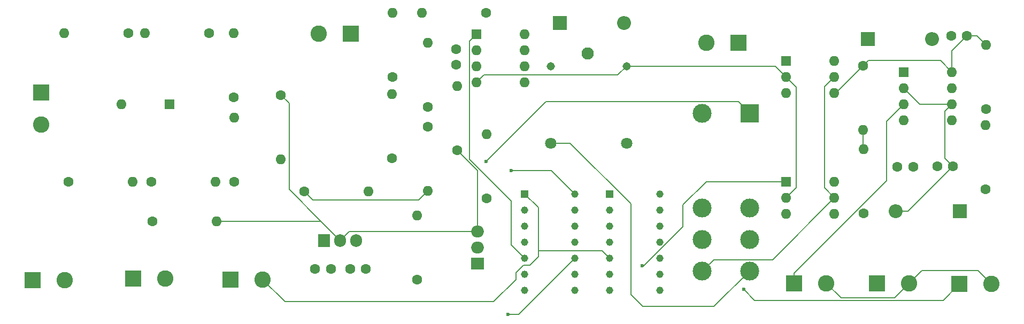
<source format=gbr>
%TF.GenerationSoftware,KiCad,Pcbnew,7.0.5*%
%TF.CreationDate,2023-12-24T17:04:19+05:30*%
%TF.ProjectId,TSALv3,5453414c-7633-42e6-9b69-6361645f7063,rev?*%
%TF.SameCoordinates,Original*%
%TF.FileFunction,Copper,L2,Bot*%
%TF.FilePolarity,Positive*%
%FSLAX46Y46*%
G04 Gerber Fmt 4.6, Leading zero omitted, Abs format (unit mm)*
G04 Created by KiCad (PCBNEW 7.0.5) date 2023-12-24 17:04:19*
%MOMM*%
%LPD*%
G01*
G04 APERTURE LIST*
%TA.AperFunction,ComponentPad*%
%ADD10C,1.600000*%
%TD*%
%TA.AperFunction,ComponentPad*%
%ADD11O,1.600000X1.600000*%
%TD*%
%TA.AperFunction,ComponentPad*%
%ADD12R,2.600000X2.600000*%
%TD*%
%TA.AperFunction,ComponentPad*%
%ADD13C,2.600000*%
%TD*%
%TA.AperFunction,ComponentPad*%
%ADD14R,1.905000X2.000000*%
%TD*%
%TA.AperFunction,ComponentPad*%
%ADD15O,1.905000X2.000000*%
%TD*%
%TA.AperFunction,ComponentPad*%
%ADD16R,1.170000X1.170000*%
%TD*%
%TA.AperFunction,ComponentPad*%
%ADD17C,1.170000*%
%TD*%
%TA.AperFunction,ComponentPad*%
%ADD18R,2.000000X1.905000*%
%TD*%
%TA.AperFunction,ComponentPad*%
%ADD19O,2.000000X1.905000*%
%TD*%
%TA.AperFunction,ComponentPad*%
%ADD20R,2.200000X2.200000*%
%TD*%
%TA.AperFunction,ComponentPad*%
%ADD21O,2.200000X2.200000*%
%TD*%
%TA.AperFunction,ComponentPad*%
%ADD22C,3.000000*%
%TD*%
%TA.AperFunction,ComponentPad*%
%ADD23R,3.000000X3.000000*%
%TD*%
%TA.AperFunction,ComponentPad*%
%ADD24R,1.600000X1.600000*%
%TD*%
%TA.AperFunction,ComponentPad*%
%ADD25C,1.308000*%
%TD*%
%TA.AperFunction,ComponentPad*%
%ADD26C,1.950000*%
%TD*%
%TA.AperFunction,ComponentPad*%
%ADD27C,1.800000*%
%TD*%
%TA.AperFunction,ViaPad*%
%ADD28C,0.600000*%
%TD*%
%TA.AperFunction,Conductor*%
%ADD29C,0.200000*%
%TD*%
G04 APERTURE END LIST*
D10*
%TO.P,R19,1*%
%TO.N,GND*%
X135280400Y-56362600D03*
D11*
%TO.P,R19,2*%
%TO.N,Net-(U1A-+)*%
X135280400Y-46202600D03*
%TD*%
D10*
%TO.P,R18,1*%
%TO.N,Net-(U1A--)*%
X125044200Y-44831000D03*
D11*
%TO.P,R18,2*%
%TO.N,+5V*%
X125044200Y-34671000D03*
%TD*%
D10*
%TO.P,R4,1*%
%TO.N,Net-(R2-Pad2)*%
X86842600Y-61391800D03*
D11*
%TO.P,R4,2*%
%TO.N,Net-(R4-Pad2)*%
X97002600Y-61391800D03*
%TD*%
D10*
%TO.P,R8,1*%
%TO.N,/Vin*%
X96012000Y-37871400D03*
D11*
%TO.P,R8,2*%
%TO.N,Net-(R8-Pad2)*%
X85852000Y-37871400D03*
%TD*%
D10*
%TO.P,R1,1*%
%TO.N,Net-(R1-Pad1)*%
X124993400Y-57632600D03*
D11*
%TO.P,R1,2*%
%TO.N,+12V*%
X124993400Y-47472600D03*
%TD*%
D12*
%TO.P,J6,1,Pin_1*%
%TO.N,+12V*%
X179862400Y-39420600D03*
D13*
%TO.P,J6,2,Pin_2*%
%TO.N,reset*%
X174782400Y-39420600D03*
%TD*%
D14*
%TO.P,U5,1,IN*%
%TO.N,+12V*%
X114249200Y-70688200D03*
D15*
%TO.P,U5,2,GND*%
%TO.N,GND*%
X116789200Y-70688200D03*
%TO.P,U5,3,OUT*%
%TO.N,+5V*%
X119329200Y-70688200D03*
%TD*%
D16*
%TO.P,U7,1,1A*%
%TO.N,unconnected-(U7-1A-Pad1)*%
X159453600Y-63322200D03*
D17*
%TO.P,U7,2,1B*%
%TO.N,unconnected-(U7-1B-Pad2)*%
X159453600Y-65862200D03*
%TO.P,U7,3,1Y*%
%TO.N,unconnected-(U7-1Y-Pad3)*%
X159453600Y-68402200D03*
%TO.P,U7,4,2A*%
%TO.N,TS Status*%
X159453600Y-70942200D03*
%TO.P,U7,5,2B*%
%TO.N,AIR State*%
X159453600Y-73482200D03*
%TO.P,U7,6,2Y*%
%TO.N,RED ON*%
X159453600Y-76022200D03*
%TO.P,U7,7,GND*%
%TO.N,GND*%
X159453600Y-78562200D03*
%TO.P,U7,8,3Y*%
%TO.N,TSAL Error*%
X167393600Y-78562200D03*
%TO.P,U7,9,3A*%
%TO.N,TS Status*%
X167393600Y-76022200D03*
%TO.P,U7,10,3B*%
%TO.N,AUX Open*%
X167393600Y-73482200D03*
%TO.P,U7,11,4Y*%
%TO.N,unconnected-(U7-4Y-Pad11)*%
X167393600Y-70942200D03*
%TO.P,U7,12,4A*%
%TO.N,unconnected-(U7-4A-Pad12)*%
X167393600Y-68402200D03*
%TO.P,U7,13,4B*%
%TO.N,unconnected-(U7-4B-Pad13)*%
X167393600Y-65862200D03*
%TO.P,U7,14,VCC*%
%TO.N,+5V*%
X167393600Y-63322200D03*
%TD*%
D10*
%TO.P,R16,1*%
%TO.N,Net-(D1-A)*%
X218998800Y-49860200D03*
D11*
%TO.P,R16,2*%
%TO.N,Net-(U4-VCC)*%
X218998800Y-39700200D03*
%TD*%
D16*
%TO.P,U6,1,1A*%
%TO.N,AIR State*%
X146000900Y-63322200D03*
D17*
%TO.P,U6,2,1Y*%
%TO.N,AUX Open*%
X146000900Y-65862200D03*
%TO.P,U6,3,2A*%
%TO.N,unconnected-(U6-2A-Pad3)*%
X146000900Y-68402200D03*
%TO.P,U6,4,2Y*%
%TO.N,unconnected-(U6-2Y-Pad4)*%
X146000900Y-70942200D03*
%TO.P,U6,5,3A*%
%TO.N,TS Status*%
X146000900Y-73482200D03*
%TO.P,U6,6,3Y*%
%TO.N,TS' Status*%
X146000900Y-76022200D03*
%TO.P,U6,7,GND*%
%TO.N,GND*%
X146000900Y-78562200D03*
%TO.P,U6,8,4Y*%
%TO.N,unconnected-(U6-4Y-Pad8)*%
X153940900Y-78562200D03*
%TO.P,U6,9,4A*%
%TO.N,unconnected-(U6-4A-Pad9)*%
X153940900Y-76022200D03*
%TO.P,U6,10,5Y*%
%TO.N,TSAL Error'*%
X153940900Y-73482200D03*
%TO.P,U6,11,5A*%
%TO.N,TSAL Error*%
X153940900Y-70942200D03*
%TO.P,U6,12,6Y*%
%TO.N,unconnected-(U6-6Y-Pad12)*%
X153940900Y-68402200D03*
%TO.P,U6,13,6A*%
%TO.N,unconnected-(U6-6A-Pad13)*%
X153940900Y-65862200D03*
%TO.P,U6,14,VCC*%
%TO.N,+5V*%
X153940900Y-63322200D03*
%TD*%
D10*
%TO.P,R3,1*%
%TO.N,/Vref*%
X111074200Y-62941200D03*
D11*
%TO.P,R3,2*%
%TO.N,Net-(R1-Pad1)*%
X121234200Y-62941200D03*
%TD*%
D10*
%TO.P,R2,1*%
%TO.N,/+HV*%
X73761600Y-61366400D03*
D11*
%TO.P,R2,2*%
%TO.N,Net-(R2-Pad2)*%
X83921600Y-61366400D03*
%TD*%
D10*
%TO.P,R10,1*%
%TO.N,Net-(U1A-+)*%
X130632200Y-49555400D03*
D11*
%TO.P,R10,2*%
%TO.N,/Vin*%
X130632200Y-39395400D03*
%TD*%
D10*
%TO.P,C2,1*%
%TO.N,Net-(U1A-+)*%
X135138000Y-42865200D03*
%TO.P,C2,2*%
%TO.N,Net-(U1A--)*%
X135138000Y-40365200D03*
%TD*%
D18*
%TO.P,Q1,1,G*%
%TO.N,Net-(Q1-G)*%
X138536800Y-74371200D03*
D19*
%TO.P,Q1,2,D*%
%TO.N,Net-(Q1-D)*%
X138536800Y-71831200D03*
%TO.P,Q1,3,S*%
%TO.N,GND*%
X138536800Y-69291200D03*
%TD*%
D11*
%TO.P,R28,2*%
%TO.N,GND*%
X139928600Y-53822600D03*
D10*
%TO.P,R28,1*%
%TO.N,Net-(Q1-G)*%
X139928600Y-63982600D03*
%TD*%
%TO.P,R5,1*%
%TO.N,GND*%
X107391200Y-47650400D03*
D11*
%TO.P,R5,2*%
%TO.N,/Vref*%
X107391200Y-57810400D03*
%TD*%
D20*
%TO.P,D3,1,K*%
%TO.N,reset*%
X151536400Y-36271200D03*
D21*
%TO.P,D3,2,A*%
%TO.N,GND*%
X161696400Y-36271200D03*
%TD*%
D10*
%TO.P,R14,1*%
%TO.N,Net-(U4-VCC)*%
X199593200Y-43002200D03*
D11*
%TO.P,R14,2*%
%TO.N,GLV-*%
X199593200Y-53162200D03*
%TD*%
D12*
%TO.P,J1,1,Pin_1*%
%TO.N,GND*%
X69418000Y-47264400D03*
D13*
%TO.P,J1,2,Pin_2*%
%TO.N,/+HV*%
X69418000Y-52344400D03*
%TD*%
D10*
%TO.P,C4,1*%
%TO.N,GLV-*%
X213507000Y-38303200D03*
%TO.P,C4,2*%
%TO.N,Net-(U4-VCC)*%
X216007000Y-38303200D03*
%TD*%
D12*
%TO.P,J4,1,Pin_1*%
%TO.N,+5V*%
X83997800Y-76733400D03*
D13*
%TO.P,J4,2,Pin_2*%
%TO.N,AIR State*%
X89077800Y-76733400D03*
%TD*%
D10*
%TO.P,C1,1*%
%TO.N,GND*%
X115316000Y-75184000D03*
%TO.P,C1,2*%
%TO.N,+12V*%
X112816000Y-75184000D03*
%TD*%
D12*
%TO.P,J7,1,Pin_1*%
%TO.N,GLV+*%
X214828200Y-77597200D03*
D13*
%TO.P,J7,2,Pin_2*%
%TO.N,GLV-*%
X219908200Y-77597200D03*
%TD*%
D22*
%TO.P,K2,11*%
%TO.N,Net-(K1-PadCOM)*%
X181609100Y-70522500D03*
%TO.P,K2,12*%
%TO.N,unconnected-(K2-Pad12)*%
X181609100Y-65522500D03*
%TO.P,K2,14*%
%TO.N,Net-(Q1-D)*%
X181609100Y-75522500D03*
%TO.P,K2,21*%
%TO.N,GLV+*%
X174109100Y-70522500D03*
%TO.P,K2,22*%
%TO.N,unconnected-(K2-Pad22)*%
X174109100Y-65522500D03*
%TO.P,K2,24*%
%TO.N,GLV supply*%
X174109100Y-75522500D03*
D23*
%TO.P,K2,A1*%
%TO.N,+12V*%
X181609100Y-50522500D03*
D22*
%TO.P,K2,A2*%
%TO.N,Net-(K1-PadCOM)*%
X174109100Y-50522500D03*
%TD*%
D10*
%TO.P,R12,1*%
%TO.N,+5V*%
X139877800Y-34620200D03*
D11*
%TO.P,R12,2*%
%TO.N,TS Status*%
X129717800Y-34620200D03*
%TD*%
D24*
%TO.P,D2,1,K*%
%TO.N,/Vin*%
X89712800Y-49123600D03*
D11*
%TO.P,D2,2,A*%
%TO.N,GND*%
X82092800Y-49123600D03*
%TD*%
D12*
%TO.P,J5,1,Pin_1*%
%TO.N,+5V*%
X99441000Y-76885800D03*
D13*
%TO.P,J5,2,Pin_2*%
%TO.N,AIR State*%
X104521000Y-76885800D03*
%TD*%
D20*
%TO.P,D4,1,K*%
%TO.N,Net-(D4-K)*%
X214858600Y-66065400D03*
D21*
%TO.P,D4,2,A*%
%TO.N,Net-(D1-K)*%
X204698600Y-66065400D03*
%TD*%
D25*
%TO.P,K1,COIL1*%
%TO.N,GND*%
X162102800Y-43070400D03*
%TO.P,K1,COIL2*%
%TO.N,reset*%
X150102800Y-43070400D03*
D26*
%TO.P,K1,COM*%
%TO.N,Net-(K1-PadCOM)*%
X155982800Y-41070400D03*
D27*
%TO.P,K1,NC*%
%TO.N,unconnected-(K1-PadNC)*%
X162102800Y-55270400D03*
%TO.P,K1,NO*%
%TO.N,Net-(Q1-D)*%
X150102800Y-55270400D03*
%TD*%
D10*
%TO.P,C6,1*%
%TO.N,GLV-*%
X211322600Y-58928000D03*
%TO.P,C6,2*%
%TO.N,Net-(D1-K)*%
X213822600Y-58928000D03*
%TD*%
D12*
%TO.P,J8,1,Pin_1*%
%TO.N,/GRN+*%
X201747200Y-77444800D03*
D13*
%TO.P,J8,2,Pin_2*%
%TO.N,GLV-*%
X206827200Y-77444800D03*
%TD*%
D10*
%TO.P,C5,1*%
%TO.N,GLV-*%
X204998000Y-59004200D03*
%TO.P,C5,2*%
%TO.N,Net-(U4-CV)*%
X207498000Y-59004200D03*
%TD*%
%TO.P,R17,1*%
%TO.N,Net-(D4-K)*%
X218922600Y-62585600D03*
D11*
%TO.P,R17,2*%
%TO.N,Net-(D1-A)*%
X218922600Y-52425600D03*
%TD*%
D24*
%TO.P,U8,1*%
%TO.N,TS' Status*%
X187411200Y-61381400D03*
D11*
%TO.P,U8,2*%
%TO.N,GND*%
X187411200Y-63921400D03*
%TO.P,U8,3,NC*%
%TO.N,unconnected-(U8-NC-Pad3)*%
X187411200Y-66461400D03*
%TO.P,U8,4*%
%TO.N,/GRN+*%
X195031200Y-66461400D03*
%TO.P,U8,5*%
%TO.N,GLV supply*%
X195031200Y-63921400D03*
%TO.P,U8,6*%
%TO.N,unconnected-(U8-Pad6)*%
X195031200Y-61381400D03*
%TD*%
D10*
%TO.P,R7,1*%
%TO.N,Net-(R6-Pad2)*%
X99923600Y-48006000D03*
D11*
%TO.P,R7,2*%
%TO.N,/Vin*%
X99923600Y-37846000D03*
%TD*%
D24*
%TO.P,U4,1,GND*%
%TO.N,GLV-*%
X206029400Y-44002800D03*
D11*
%TO.P,U4,2,TR*%
%TO.N,Net-(D1-K)*%
X206029400Y-46542800D03*
%TO.P,U4,3,Q*%
%TO.N,/RED+*%
X206029400Y-49082800D03*
%TO.P,U4,4,R*%
%TO.N,unconnected-(U4-R-Pad4)*%
X206029400Y-51622800D03*
%TO.P,U4,5,CV*%
%TO.N,Net-(U4-CV)*%
X213649400Y-51622800D03*
%TO.P,U4,6,THR*%
%TO.N,Net-(D1-K)*%
X213649400Y-49082800D03*
%TO.P,U4,7,DIS*%
%TO.N,Net-(D1-A)*%
X213649400Y-46542800D03*
%TO.P,U4,8,VCC*%
%TO.N,Net-(U4-VCC)*%
X213649400Y-44002800D03*
%TD*%
D10*
%TO.P,R9,1*%
%TO.N,Net-(R8-Pad2)*%
X83235800Y-37820600D03*
D11*
%TO.P,R9,2*%
%TO.N,GND*%
X73075800Y-37820600D03*
%TD*%
D24*
%TO.P,U1,1*%
%TO.N,TS Status*%
X138389200Y-38008400D03*
D11*
%TO.P,U1,2,-*%
%TO.N,Net-(U1A--)*%
X138389200Y-40548400D03*
%TO.P,U1,3,+*%
%TO.N,Net-(U1A-+)*%
X138389200Y-43088400D03*
%TO.P,U1,4,V-*%
%TO.N,GND*%
X138389200Y-45628400D03*
%TO.P,U1,5*%
%TO.N,N/C*%
X146009200Y-45628400D03*
%TO.P,U1,6*%
X146009200Y-43088400D03*
%TO.P,U1,7*%
X146009200Y-40548400D03*
%TO.P,U1,8,V+*%
%TO.N,+5V*%
X146009200Y-38008400D03*
%TD*%
D10*
%TO.P,R6,1*%
%TO.N,Net-(R4-Pad2)*%
X99974400Y-61417200D03*
D11*
%TO.P,R6,2*%
%TO.N,Net-(R6-Pad2)*%
X99974400Y-51257200D03*
%TD*%
D12*
%TO.P,J3,1,Pin_1*%
%TO.N,+5V*%
X68072000Y-76987400D03*
D13*
%TO.P,J3,2,Pin_2*%
%TO.N,AIR State*%
X73152000Y-76987400D03*
%TD*%
D10*
%TO.P,R27,1*%
%TO.N,TSAL Error'*%
X128981200Y-76885800D03*
D11*
%TO.P,R27,2*%
%TO.N,Net-(Q1-G)*%
X128981200Y-66725800D03*
%TD*%
D10*
%TO.P,R15,1*%
%TO.N,AIR State*%
X87020400Y-67640200D03*
D11*
%TO.P,R15,2*%
%TO.N,GND*%
X97180400Y-67640200D03*
%TD*%
D24*
%TO.P,U3,1*%
%TO.N,RED ON*%
X187360400Y-42255200D03*
D11*
%TO.P,U3,2*%
%TO.N,GND*%
X187360400Y-44795200D03*
%TO.P,U3,3,NC*%
%TO.N,unconnected-(U3-NC-Pad3)*%
X187360400Y-47335200D03*
%TO.P,U3,4*%
%TO.N,Net-(U4-VCC)*%
X194980400Y-47335200D03*
%TO.P,U3,5*%
%TO.N,GLV supply*%
X194980400Y-44795200D03*
%TO.P,U3,6*%
%TO.N,unconnected-(U3-Pad6)*%
X194980400Y-42255200D03*
%TD*%
D12*
%TO.P,J2,1,Pin_1*%
%TO.N,+12V*%
X118470600Y-37947400D03*
D13*
%TO.P,J2,2,Pin_2*%
%TO.N,GND*%
X113390600Y-37947400D03*
%TD*%
D12*
%TO.P,J9,1,Pin_1*%
%TO.N,/RED+*%
X188666200Y-77444800D03*
D13*
%TO.P,J9,2,Pin_2*%
%TO.N,GLV-*%
X193746200Y-77444800D03*
%TD*%
D20*
%TO.P,D1,1,K*%
%TO.N,Net-(D1-K)*%
X200355200Y-38811200D03*
D21*
%TO.P,D1,2,A*%
%TO.N,Net-(D1-A)*%
X210515200Y-38811200D03*
%TD*%
D10*
%TO.P,C3,1*%
%TO.N,GND*%
X118333200Y-75184000D03*
%TO.P,C3,2*%
%TO.N,+5V*%
X120833200Y-75184000D03*
%TD*%
%TO.P,R13,1*%
%TO.N,/GRN+*%
X199669400Y-66421000D03*
D11*
%TO.P,R13,2*%
%TO.N,GLV-*%
X199669400Y-56261000D03*
%TD*%
D10*
%TO.P,R11,1*%
%TO.N,Net-(U1A--)*%
X130683000Y-52679600D03*
D11*
%TO.P,R11,2*%
%TO.N,/Vref*%
X130683000Y-62839600D03*
%TD*%
D28*
%TO.N,+12V*%
X139903200Y-58191400D03*
%TO.N,GLV+*%
X180644800Y-78435200D03*
%TO.N,TS' Status*%
X164592000Y-74701400D03*
%TO.N,+5V*%
X143814800Y-59613800D03*
%TO.N,TSAL Error'*%
X143357600Y-82397600D03*
%TD*%
D29*
%TO.N,AIR State*%
X145770600Y-74625200D02*
X146837400Y-74625200D01*
X144602200Y-75793600D02*
X145770600Y-74625200D01*
X144602200Y-76860400D02*
X144602200Y-75793600D01*
X108000800Y-80365600D02*
X141097000Y-80365600D01*
X146837400Y-74625200D02*
X148183600Y-73279000D01*
X104521000Y-76885800D02*
X108000800Y-80365600D01*
X141097000Y-80365600D02*
X144602200Y-76860400D01*
X148183600Y-73279000D02*
X148183600Y-72313800D01*
%TO.N,GND*%
X108712000Y-48971200D02*
X108712000Y-62611000D01*
X108712000Y-62611000D02*
X113741200Y-67640200D01*
X107391200Y-47650400D02*
X108712000Y-48971200D01*
%TO.N,Net-(U4-VCC)*%
X217601800Y-38303200D02*
X218998800Y-39700200D01*
X216007000Y-38303200D02*
X217601800Y-38303200D01*
X213649400Y-44002800D02*
X213649400Y-40660800D01*
X213649400Y-40660800D02*
X216007000Y-38303200D01*
X211848801Y-42202201D02*
X213649400Y-44002800D01*
X200393199Y-42202201D02*
X211848801Y-42202201D01*
X199593200Y-43002200D02*
X200393199Y-42202201D01*
X195260200Y-47335200D02*
X194980400Y-47335200D01*
X199593200Y-43002200D02*
X195260200Y-47335200D01*
%TO.N,GLV-*%
X199593200Y-56184800D02*
X199669400Y-56261000D01*
X199593200Y-53162200D02*
X199593200Y-56184800D01*
%TO.N,/RED+*%
X188666200Y-75849400D02*
X188666200Y-77444800D01*
X203298600Y-61217000D02*
X188666200Y-75849400D01*
X203298600Y-51813600D02*
X203298600Y-61217000D01*
X206029400Y-49082800D02*
X203298600Y-51813600D01*
%TO.N,Net-(D1-K)*%
X208569400Y-49082800D02*
X206029400Y-46542800D01*
X213649400Y-49082800D02*
X208569400Y-49082800D01*
X212549400Y-50182800D02*
X213649400Y-49082800D01*
X212549400Y-57654800D02*
X212549400Y-50182800D01*
X213822600Y-58928000D02*
X212549400Y-57654800D01*
X206685200Y-66065400D02*
X213822600Y-58928000D01*
X204698600Y-66065400D02*
X206685200Y-66065400D01*
%TO.N,+12V*%
X149372100Y-48722500D02*
X139903200Y-58191400D01*
X179809100Y-48722500D02*
X149372100Y-48722500D01*
X181609100Y-50522500D02*
X179809100Y-48722500D01*
%TO.N,GLV+*%
X182365600Y-80156000D02*
X180644800Y-78435200D01*
X212269400Y-80156000D02*
X182365600Y-80156000D01*
X214828200Y-77597200D02*
X212269400Y-80156000D01*
%TO.N,GLV-*%
X196057400Y-79756000D02*
X193746200Y-77444800D01*
X204516000Y-79756000D02*
X196057400Y-79756000D01*
X206827200Y-77444800D02*
X204516000Y-79756000D01*
X208859400Y-75412600D02*
X206827200Y-77444800D01*
X217723600Y-75412600D02*
X208859400Y-75412600D01*
X219908200Y-77597200D02*
X217723600Y-75412600D01*
%TO.N,TS' Status*%
X171069000Y-65049400D02*
X174737000Y-61381400D01*
X164885980Y-74701400D02*
X171069000Y-68518380D01*
X171069000Y-68518380D02*
X171069000Y-65049400D01*
X174737000Y-61381400D02*
X187411200Y-61381400D01*
X164592000Y-74701400D02*
X164885980Y-74701400D01*
%TO.N,GND*%
X188976000Y-46410800D02*
X188976000Y-62356600D01*
X188976000Y-62356600D02*
X187411200Y-63921400D01*
X187360400Y-44795200D02*
X188976000Y-46410800D01*
%TO.N,GLV supply*%
X193446400Y-46329200D02*
X194980400Y-44795200D01*
X193446400Y-62336600D02*
X193446400Y-46329200D01*
X195031200Y-63921400D02*
X193446400Y-62336600D01*
X175909100Y-73722500D02*
X185230100Y-73722500D01*
X174109100Y-75522500D02*
X175909100Y-73722500D01*
X185230100Y-73722500D02*
X195031200Y-63921400D01*
%TO.N,Net-(Q1-D)*%
X164719000Y-81153000D02*
X175978600Y-81153000D01*
X175978600Y-81153000D02*
X181609100Y-75522500D01*
X162987800Y-79447200D02*
X163013200Y-79447200D01*
X163013200Y-79447200D02*
X164719000Y-81153000D01*
X162788600Y-64887200D02*
X162788600Y-79248000D01*
X153171800Y-55270400D02*
X162788600Y-64887200D01*
X162788600Y-79248000D02*
X162987800Y-79447200D01*
X150102800Y-55270400D02*
X153171800Y-55270400D01*
%TO.N,AIR State*%
X158285200Y-72313800D02*
X148183600Y-72313800D01*
X159453600Y-73482200D02*
X158285200Y-72313800D01*
X148183600Y-72313800D02*
X148183600Y-65504900D01*
%TO.N,+5V*%
X143814800Y-59613800D02*
X150232500Y-59613800D01*
X150232500Y-59613800D02*
X153940900Y-63322200D01*
%TO.N,TSAL Error'*%
X145025500Y-82397600D02*
X153940900Y-73482200D01*
X143357600Y-82397600D02*
X145025500Y-82397600D01*
%TO.N,GND*%
X118186200Y-69291200D02*
X138536800Y-69291200D01*
X116789200Y-70688200D02*
X118186200Y-69291200D01*
%TO.N,AIR State*%
X148183600Y-65504900D02*
X146000900Y-63322200D01*
%TO.N,TS Status*%
X137289200Y-57805714D02*
X143891000Y-64407514D01*
X143891000Y-64407514D02*
X143891000Y-71372300D01*
X137289200Y-39108400D02*
X137289200Y-57805714D01*
X138389200Y-38008400D02*
X137289200Y-39108400D01*
X143891000Y-71372300D02*
X146000900Y-73482200D01*
%TO.N,GND*%
X138536800Y-59619000D02*
X135280400Y-56362600D01*
X138536800Y-69291200D02*
X138536800Y-59619000D01*
X160723200Y-44450000D02*
X162102800Y-43070400D01*
X139567600Y-44450000D02*
X160723200Y-44450000D01*
X138389200Y-45628400D02*
X139567600Y-44450000D01*
X185635600Y-43070400D02*
X187360400Y-44795200D01*
X162102800Y-43070400D02*
X185635600Y-43070400D01*
X116789200Y-70688200D02*
X113741200Y-67640200D01*
X113741200Y-67640200D02*
X97180400Y-67640200D01*
%TO.N,/Vref*%
X129209800Y-64312800D02*
X130683000Y-62839600D01*
X112445800Y-64312800D02*
X129209800Y-64312800D01*
X111074200Y-62941200D02*
X112445800Y-64312800D01*
%TD*%
M02*

</source>
